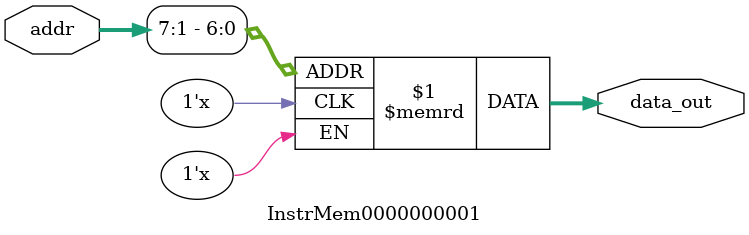
<source format=v>
 module InstrMem0000000001 (
     input [7:0] addr,
     output [31:0] data_out
 );
 reg [31:0] mem [255:0];
 assign data_out = mem[addr[7:1]];
 endmodule

</source>
